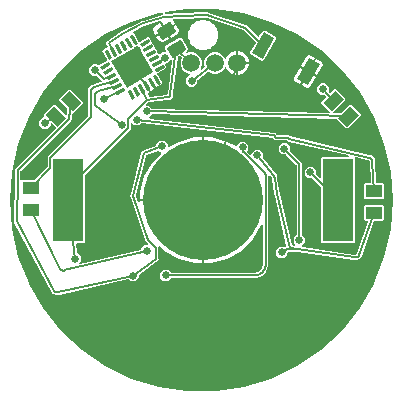
<source format=gbl>
G04 EAGLE Gerber RS-274X export*
G75*
%MOMM*%
%FSLAX34Y34*%
%LPD*%
%INBottom Copper*%
%IPPOS*%
%AMOC8*
5,1,8,0,0,1.08239X$1,22.5*%
G01*
G04 Define Apertures*
%ADD10R,2.540000X7.000000*%
%ADD11C,10.160000*%
%ADD12R,1.420200X1.031200*%
%ADD13R,1.031200X1.420200*%
%ADD14C,0.065000*%
%ADD15R,2.600000X2.600000*%
%ADD16R,2.000000X1.050000*%
%ADD17C,0.254000*%
%ADD18C,1.500000*%
%ADD19C,0.654800*%
%ADD20C,0.152400*%
%ADD21C,0.904800*%
G36*
X10683Y-161826D02*
X34557Y-158227D01*
X34666Y-158202D01*
X57737Y-151086D01*
X57841Y-151045D01*
X79593Y-140570D01*
X79690Y-140514D01*
X99638Y-126913D01*
X99726Y-126844D01*
X117424Y-110422D01*
X117500Y-110340D01*
X132553Y-91464D01*
X132617Y-91371D01*
X144688Y-70463D01*
X144737Y-70362D01*
X153557Y-47888D01*
X153590Y-47780D01*
X158963Y-24243D01*
X158979Y-24132D01*
X160784Y-56D01*
X160784Y56D01*
X158979Y24132D01*
X158963Y24243D01*
X153590Y47780D01*
X153557Y47888D01*
X144737Y70362D01*
X144688Y70463D01*
X132617Y91371D01*
X132553Y91464D01*
X117500Y110340D01*
X117424Y110422D01*
X99726Y126844D01*
X99638Y126913D01*
X79690Y140514D01*
X79593Y140570D01*
X57841Y151045D01*
X57737Y151086D01*
X34666Y158202D01*
X34557Y158227D01*
X10683Y161826D01*
X10572Y161834D01*
X-13572Y161834D01*
X-13683Y161826D01*
X-31838Y159089D01*
X-32118Y158987D01*
X-32337Y158783D01*
X-32458Y158511D01*
X-32464Y158212D01*
X-32353Y157935D01*
X-32142Y157724D01*
X-31866Y157611D01*
X-31676Y157599D01*
X-20030Y158376D01*
X-19880Y158417D01*
X-18804Y158458D01*
X-18782Y158459D01*
X-17725Y158529D01*
X-17554Y158505D01*
X2476Y159267D01*
X2780Y159345D01*
X3047Y159477D01*
X3414Y159352D01*
X3683Y159313D01*
X4071Y159328D01*
X4289Y159126D01*
X4559Y158965D01*
X36175Y148273D01*
X36418Y148233D01*
X36861Y148234D01*
X37032Y148064D01*
X37321Y147885D01*
X37549Y147808D01*
X37746Y147410D01*
X37889Y147211D01*
X46450Y138692D01*
X46699Y138528D01*
X46992Y138474D01*
X47284Y138539D01*
X47527Y138712D01*
X47628Y138849D01*
X50375Y143606D01*
X51594Y143933D01*
X61781Y138052D01*
X62108Y136832D01*
X51477Y118419D01*
X50257Y118092D01*
X40071Y123973D01*
X39744Y125193D01*
X44487Y133408D01*
X44582Y133691D01*
X44559Y133989D01*
X44367Y134315D01*
X34808Y143828D01*
X34519Y144006D01*
X3009Y154663D01*
X2740Y154702D01*
X-18544Y153892D01*
X-18565Y153891D01*
X-24918Y153468D01*
X-25206Y153389D01*
X-25441Y153204D01*
X-25585Y152943D01*
X-25615Y152646D01*
X-25518Y152344D01*
X-23772Y149320D01*
X-31361Y144939D01*
X-34980Y151208D01*
X-35077Y151152D01*
X-35072Y151269D01*
X-35175Y151549D01*
X-35380Y151766D01*
X-35653Y151886D01*
X-36035Y151870D01*
X-49620Y147647D01*
X-49740Y147598D01*
X-58976Y142858D01*
X-59210Y142672D01*
X-59351Y142409D01*
X-59380Y142112D01*
X-59290Y141827D01*
X-59096Y141600D01*
X-58828Y141466D01*
X-58725Y141439D01*
X-54766Y134582D01*
X-54568Y134359D01*
X-54299Y134230D01*
X-54001Y134216D01*
X-53742Y134308D01*
X-46885Y138266D01*
X-45406Y137870D01*
X-43665Y134855D01*
X-43749Y134542D01*
X-43767Y134244D01*
X-43668Y133963D01*
X-43466Y133742D01*
X-43218Y133624D01*
X-42906Y133540D01*
X-41165Y130525D01*
X-41249Y130212D01*
X-41267Y129914D01*
X-41168Y129633D01*
X-40966Y129412D01*
X-40718Y129293D01*
X-40406Y129210D01*
X-38665Y126194D01*
X-38749Y125882D01*
X-38767Y125584D01*
X-38668Y125302D01*
X-38466Y125082D01*
X-38218Y124963D01*
X-37906Y124880D01*
X-37313Y123854D01*
X-37116Y123630D01*
X-36846Y123501D01*
X-36548Y123488D01*
X-36268Y123591D01*
X-36134Y123698D01*
X-34359Y125473D01*
X-32127Y125473D01*
X-31834Y125532D01*
X-31588Y125701D01*
X-31427Y125953D01*
X-31377Y126247D01*
X-31477Y126598D01*
X-32602Y128547D01*
X-32003Y130783D01*
X-20100Y137655D01*
X-17865Y137056D01*
X-12897Y128453D01*
X-13496Y126217D01*
X-14344Y125727D01*
X-14567Y125530D01*
X-14696Y125260D01*
X-14710Y124962D01*
X-14606Y124682D01*
X-14401Y124465D01*
X-14128Y124345D01*
X-13830Y124341D01*
X-13682Y124385D01*
X-11730Y125193D01*
X-8140Y125193D01*
X-4824Y123820D01*
X-2285Y121281D01*
X-911Y117964D01*
X-911Y114374D01*
X-2031Y111672D01*
X-2088Y111379D01*
X-2026Y111087D01*
X-1855Y110842D01*
X-1602Y110683D01*
X-1308Y110636D01*
X-1018Y110707D01*
X-881Y110790D01*
X1333Y112489D01*
X1529Y112714D01*
X1621Y112998D01*
X1569Y113371D01*
X1082Y114546D01*
X1082Y118136D01*
X2456Y121452D01*
X4995Y123991D01*
X8311Y125365D01*
X11901Y125365D01*
X15218Y123991D01*
X17757Y121452D01*
X18164Y120469D01*
X18331Y120222D01*
X18581Y120059D01*
X18875Y120007D01*
X19166Y120073D01*
X19408Y120248D01*
X19550Y120469D01*
X20266Y122199D01*
X23091Y125024D01*
X26781Y126552D01*
X28016Y126552D01*
X28016Y106472D01*
X26781Y106472D01*
X23091Y108001D01*
X20266Y110825D01*
X19621Y112384D01*
X19454Y112631D01*
X19204Y112794D01*
X18910Y112846D01*
X18619Y112780D01*
X18377Y112605D01*
X18235Y112383D01*
X17757Y111229D01*
X15218Y108691D01*
X11901Y107317D01*
X8311Y107317D01*
X4995Y108691D01*
X4981Y108704D01*
X4733Y108869D01*
X4439Y108923D01*
X4148Y108859D01*
X3994Y108769D01*
X-4672Y102117D01*
X-4868Y101892D01*
X-4966Y101522D01*
X-4966Y99104D01*
X-7776Y96293D01*
X-11751Y96293D01*
X-14562Y99104D01*
X-14562Y103079D01*
X-11651Y105990D01*
X-11486Y106239D01*
X-11431Y106532D01*
X-11495Y106824D01*
X-11668Y107067D01*
X-11894Y107213D01*
X-15047Y108519D01*
X-17585Y111058D01*
X-18959Y114374D01*
X-18959Y117964D01*
X-18055Y120148D01*
X-17997Y120441D01*
X-18059Y120733D01*
X-18227Y120976D01*
X-19451Y122153D01*
X-19703Y122313D01*
X-19997Y122362D01*
X-20346Y122262D01*
X-20987Y121892D01*
X-21211Y121694D01*
X-21356Y121337D01*
X-25258Y90639D01*
X-25328Y90086D01*
X-25551Y88333D01*
X-25551Y88333D01*
X-25632Y87698D01*
X-28342Y85041D01*
X-30229Y84839D01*
X-45782Y83175D01*
X-46067Y83085D01*
X-46233Y82960D01*
X-47895Y81297D01*
X-48060Y81048D01*
X-48115Y80755D01*
X-48051Y80463D01*
X-47878Y80220D01*
X-47624Y80063D01*
X-47365Y80017D01*
X-45633Y80017D01*
X-43223Y77607D01*
X-42974Y77442D01*
X-42711Y77387D01*
X106597Y73797D01*
X106891Y73849D01*
X107141Y74012D01*
X107308Y74259D01*
X107365Y74552D01*
X107304Y74844D01*
X107146Y75077D01*
X100117Y82105D01*
X100117Y83368D01*
X103823Y87074D01*
X103988Y87323D01*
X104043Y87616D01*
X103979Y87908D01*
X103861Y88094D01*
X102840Y89280D01*
X102604Y89463D01*
X102272Y89540D01*
X99513Y89540D01*
X96702Y92351D01*
X96702Y96326D01*
X99513Y99136D01*
X103487Y99136D01*
X106298Y96326D01*
X106298Y92549D01*
X106357Y92257D01*
X106480Y92060D01*
X107030Y91420D01*
X107266Y91238D01*
X107555Y91161D01*
X107850Y91203D01*
X108129Y91380D01*
X111052Y94303D01*
X112315Y94303D01*
X120499Y86118D01*
X120499Y84856D01*
X110611Y74968D01*
X110446Y74719D01*
X110392Y74426D01*
X110456Y74134D01*
X110628Y73891D01*
X110882Y73734D01*
X111124Y73688D01*
X115999Y73571D01*
X116292Y73623D01*
X116547Y73790D01*
X124056Y81299D01*
X125318Y81299D01*
X133503Y73115D01*
X133503Y71852D01*
X122568Y60917D01*
X121305Y60917D01*
X113369Y68853D01*
X113120Y69018D01*
X112857Y69073D01*
X-42906Y72819D01*
X-43200Y72766D01*
X-43454Y72599D01*
X-45560Y70494D01*
X-45725Y70245D01*
X-45780Y69951D01*
X-45715Y69660D01*
X-45543Y69416D01*
X-45289Y69260D01*
X-45115Y69218D01*
X60340Y57192D01*
X60425Y57188D01*
X61240Y57188D01*
X61368Y57103D01*
X61436Y57085D01*
X61934Y56460D01*
X61991Y56396D01*
X62800Y55586D01*
X63049Y55421D01*
X63331Y55367D01*
X72493Y55367D01*
X73610Y54250D01*
X73970Y54050D01*
X140113Y38623D01*
X141337Y38337D01*
X143103Y37926D01*
X145440Y35155D01*
X145473Y34601D01*
X145473Y34600D01*
X145570Y32982D01*
X145570Y32982D01*
X145623Y32091D01*
X145623Y32090D01*
X146628Y15310D01*
X146705Y15022D01*
X146888Y14786D01*
X147149Y14641D01*
X147377Y14605D01*
X152512Y14605D01*
X153405Y13712D01*
X153405Y2138D01*
X152512Y1245D01*
X137048Y1245D01*
X136155Y2138D01*
X136155Y13712D01*
X137048Y14605D01*
X141294Y14605D01*
X141586Y14664D01*
X141832Y14833D01*
X141993Y15085D01*
X142042Y15400D01*
X140994Y32913D01*
X140984Y33072D01*
X140932Y33306D01*
X140900Y33387D01*
X140736Y33637D01*
X140595Y33748D01*
X140520Y33794D01*
X140299Y33885D01*
X139074Y34170D01*
X139074Y34170D01*
X129444Y36416D01*
X129146Y36425D01*
X128868Y36316D01*
X128654Y36108D01*
X128524Y35686D01*
X128524Y-35631D01*
X127631Y-36524D01*
X100969Y-36524D01*
X100076Y-35631D01*
X100076Y10842D01*
X100017Y11135D01*
X99856Y11373D01*
X92567Y18663D01*
X92318Y18827D01*
X92036Y18882D01*
X88843Y18882D01*
X86032Y21693D01*
X86032Y25668D01*
X88843Y28478D01*
X92818Y28478D01*
X95628Y25668D01*
X95628Y22377D01*
X95688Y22085D01*
X95848Y21847D01*
X98796Y18899D01*
X99045Y18734D01*
X99338Y18680D01*
X99630Y18744D01*
X99873Y18916D01*
X100030Y19170D01*
X100076Y19430D01*
X100076Y35631D01*
X100969Y36524D01*
X122465Y36524D01*
X122758Y36583D01*
X123004Y36752D01*
X123165Y37004D01*
X123215Y37298D01*
X123146Y37588D01*
X122970Y37829D01*
X122636Y38004D01*
X72428Y49715D01*
X72257Y49734D01*
X71660Y49734D01*
X71603Y49791D01*
X71243Y49991D01*
X71165Y50009D01*
X70897Y50441D01*
X70692Y50658D01*
X70419Y50778D01*
X70260Y50795D01*
X61126Y50795D01*
X59385Y52536D01*
X59137Y52700D01*
X58940Y52750D01*
X-51911Y65392D01*
X-52209Y65366D01*
X-52527Y65177D01*
X-54309Y63395D01*
X-58284Y63395D01*
X-59856Y64967D01*
X-60105Y65132D01*
X-60399Y65187D01*
X-60690Y65123D01*
X-60934Y64950D01*
X-61091Y64696D01*
X-61137Y64437D01*
X-61137Y60284D01*
X-99856Y21565D01*
X-100021Y21316D01*
X-100076Y21034D01*
X-100076Y-35631D01*
X-100969Y-36524D01*
X-106571Y-36524D01*
X-106863Y-36583D01*
X-107110Y-36752D01*
X-107271Y-37004D01*
X-107315Y-37367D01*
X-106486Y-43984D01*
X-106391Y-44267D01*
X-106272Y-44421D01*
X-103318Y-47375D01*
X-103318Y-51350D01*
X-104510Y-52542D01*
X-104675Y-52791D01*
X-104730Y-53084D01*
X-104666Y-53376D01*
X-104493Y-53619D01*
X-104239Y-53776D01*
X-103807Y-53802D01*
X-52877Y-41698D01*
X-52606Y-41572D01*
X-52406Y-41351D01*
X-52301Y-40968D01*
X-52301Y-40782D01*
X-49490Y-37972D01*
X-47072Y-37972D01*
X-46779Y-37912D01*
X-46533Y-37744D01*
X-46372Y-37492D01*
X-46322Y-37198D01*
X-46391Y-36907D01*
X-46541Y-36691D01*
X-47742Y-35491D01*
X-47937Y-35350D01*
X-48344Y-35147D01*
X-48416Y-34929D01*
X-48598Y-34635D01*
X-48760Y-34473D01*
X-48760Y-34018D01*
X-48799Y-33781D01*
X-61056Y2990D01*
X-61124Y3139D01*
X-61440Y3665D01*
X-61425Y3726D01*
X-61441Y4145D01*
X-61461Y4205D01*
X-61186Y4754D01*
X-61130Y4907D01*
X-52442Y39657D01*
X-52464Y40094D01*
X-52472Y40114D01*
X-52195Y40704D01*
X-52146Y40841D01*
X-51988Y41473D01*
X-51969Y41484D01*
X-51676Y41809D01*
X-51667Y41829D01*
X-51054Y42050D01*
X-50923Y42112D01*
X-50364Y42447D01*
X-50343Y42442D01*
X-49906Y42464D01*
X-39905Y46075D01*
X-39650Y46231D01*
X-39476Y46473D01*
X-39410Y46781D01*
X-39410Y47543D01*
X-36599Y50354D01*
X-32624Y50354D01*
X-29814Y47543D01*
X-29814Y45678D01*
X-29754Y45385D01*
X-29585Y45139D01*
X-29334Y44978D01*
X-29040Y44928D01*
X-28689Y45028D01*
X-20588Y49705D01*
X-7022Y53340D01*
X-762Y53340D01*
X-762Y762D01*
X-53340Y762D01*
X-53340Y7022D01*
X-49705Y20588D01*
X-42683Y32752D01*
X-35956Y39478D01*
X-35792Y39727D01*
X-35737Y40020D01*
X-35801Y40312D01*
X-35974Y40555D01*
X-36228Y40712D01*
X-36487Y40758D01*
X-36599Y40758D01*
X-37474Y41633D01*
X-37723Y41798D01*
X-38017Y41853D01*
X-38259Y41809D01*
X-47702Y38399D01*
X-47957Y38244D01*
X-48175Y37876D01*
X-56560Y4333D01*
X-56544Y3914D01*
X-54802Y-1315D01*
X-54653Y-1574D01*
X-54415Y-1754D01*
X-54125Y-1827D01*
X-53830Y-1781D01*
X-53576Y-1624D01*
X-53404Y-1381D01*
X-53340Y-1078D01*
X-53340Y-762D01*
X-762Y-762D01*
X-762Y-53340D01*
X-7022Y-53340D01*
X-20588Y-49705D01*
X-32752Y-42683D01*
X-36434Y-39000D01*
X-36683Y-38836D01*
X-36976Y-38781D01*
X-37268Y-38845D01*
X-37511Y-39018D01*
X-37668Y-39272D01*
X-37714Y-39531D01*
X-37714Y-49025D01*
X-37655Y-49317D01*
X-37589Y-49434D01*
X-37704Y-50127D01*
X-37714Y-50249D01*
X-37714Y-50957D01*
X-37859Y-51176D01*
X-37895Y-51304D01*
X-38466Y-51713D01*
X-38560Y-51793D01*
X-39060Y-52293D01*
X-39317Y-52345D01*
X-39462Y-52426D01*
X-54059Y-62883D01*
X-54263Y-63102D01*
X-54373Y-63493D01*
X-54373Y-65720D01*
X-57183Y-68530D01*
X-61158Y-68530D01*
X-62507Y-67181D01*
X-62756Y-67016D01*
X-63049Y-66962D01*
X-63202Y-66980D01*
X-120875Y-79923D01*
X-122102Y-80199D01*
X-123894Y-80601D01*
X-127235Y-79076D01*
X-127509Y-78567D01*
X-159638Y-18918D01*
X-159754Y-18757D01*
X-160127Y-18364D01*
X-160124Y-18225D01*
X-160213Y-17850D01*
X-160279Y-17727D01*
X-160124Y-17208D01*
X-160092Y-17012D01*
X-159216Y17200D01*
X-159215Y17219D01*
X-159215Y25257D01*
X-158384Y27264D01*
X-124815Y60833D01*
X-124650Y61082D01*
X-124595Y61376D01*
X-124659Y61667D01*
X-124815Y61894D01*
X-127811Y64891D01*
X-128060Y65056D01*
X-128354Y65110D01*
X-128645Y65046D01*
X-128889Y64873D01*
X-129045Y64620D01*
X-129092Y64360D01*
X-129092Y63547D01*
X-131902Y60736D01*
X-135877Y60736D01*
X-138688Y63547D01*
X-138688Y67522D01*
X-135877Y70332D01*
X-135064Y70332D01*
X-134771Y70392D01*
X-134525Y70560D01*
X-134364Y70812D01*
X-134314Y71106D01*
X-134383Y71397D01*
X-134533Y71613D01*
X-134773Y71852D01*
X-134773Y73115D01*
X-126588Y81299D01*
X-125326Y81299D01*
X-116639Y72612D01*
X-116390Y72448D01*
X-116097Y72393D01*
X-115805Y72457D01*
X-115562Y72630D01*
X-115405Y72884D01*
X-115366Y73043D01*
X-114776Y77446D01*
X-114797Y77744D01*
X-114989Y78076D01*
X-121769Y84856D01*
X-121769Y86118D01*
X-113585Y94303D01*
X-112322Y94303D01*
X-101387Y83368D01*
X-101387Y82105D01*
X-109572Y73921D01*
X-109979Y73921D01*
X-110272Y73861D01*
X-110518Y73693D01*
X-110679Y73441D01*
X-110722Y73270D01*
X-111336Y68683D01*
X-111343Y68584D01*
X-111343Y67810D01*
X-111451Y67647D01*
X-111476Y67554D01*
X-112080Y67092D01*
X-112155Y67027D01*
X-154383Y24799D01*
X-154546Y24556D01*
X-154586Y24457D01*
X-154643Y24170D01*
X-154643Y18392D01*
X-154615Y18253D01*
X-154624Y17914D01*
X-154572Y17620D01*
X-154409Y17370D01*
X-154162Y17203D01*
X-153874Y17145D01*
X-142914Y17145D01*
X-142621Y17204D01*
X-142383Y17365D01*
X-131792Y27956D01*
X-131627Y28205D01*
X-131572Y28487D01*
X-131572Y36894D01*
X-97333Y71133D01*
X-97170Y71376D01*
X-97130Y71475D01*
X-97072Y71762D01*
X-97072Y94406D01*
X-94975Y97282D01*
X-93280Y97826D01*
X-92489Y98079D01*
X-86229Y100087D01*
X-85969Y100233D01*
X-85786Y100469D01*
X-85710Y100758D01*
X-85752Y101053D01*
X-85928Y101332D01*
X-86062Y101465D01*
X-86073Y101522D01*
X-86233Y101760D01*
X-89680Y105206D01*
X-89929Y105371D01*
X-90210Y105426D01*
X-93452Y105426D01*
X-96263Y108237D01*
X-96263Y112211D01*
X-93452Y115022D01*
X-89477Y115022D01*
X-89031Y114576D01*
X-88782Y114411D01*
X-88488Y114356D01*
X-88125Y114456D01*
X-81583Y118234D01*
X-81359Y118432D01*
X-81230Y118701D01*
X-81216Y118999D01*
X-81308Y119258D01*
X-85266Y126115D01*
X-84870Y127594D01*
X-81855Y129335D01*
X-81701Y129294D01*
X-81403Y129276D01*
X-81121Y129375D01*
X-80901Y129576D01*
X-80776Y129847D01*
X-80768Y130146D01*
X-80832Y130346D01*
X-81528Y131779D01*
X-81584Y131875D01*
X-82003Y132487D01*
X-82007Y132715D01*
X-82044Y132823D01*
X-81805Y133515D01*
X-81776Y133623D01*
X-81640Y134351D01*
X-81481Y134515D01*
X-81431Y134618D01*
X-80773Y134939D01*
X-80677Y134994D01*
X-70777Y141774D01*
X-70569Y141988D01*
X-70532Y142067D01*
X-69843Y142421D01*
X-69762Y142469D01*
X-69112Y142914D01*
X-68930Y142917D01*
X-68748Y142982D01*
X-52447Y151348D01*
X-52214Y151534D01*
X-52134Y151653D01*
X-51479Y151857D01*
X-51359Y151906D01*
X-50747Y152220D01*
X-50467Y152189D01*
X-50311Y152220D01*
X-34444Y157152D01*
X-34102Y157374D01*
X-34065Y157416D01*
X-33918Y157675D01*
X-33882Y157972D01*
X-33966Y158258D01*
X-34154Y158490D01*
X-34418Y158629D01*
X-34742Y158652D01*
X-37557Y158227D01*
X-37666Y158202D01*
X-60737Y151086D01*
X-60841Y151045D01*
X-82593Y140570D01*
X-82690Y140514D01*
X-102638Y126913D01*
X-102726Y126844D01*
X-120424Y110422D01*
X-120500Y110340D01*
X-135553Y91464D01*
X-135617Y91371D01*
X-147688Y70463D01*
X-147737Y70362D01*
X-156557Y47888D01*
X-156590Y47780D01*
X-161963Y24243D01*
X-161979Y24132D01*
X-163784Y56D01*
X-163784Y-56D01*
X-161979Y-24132D01*
X-161963Y-24243D01*
X-156590Y-47780D01*
X-156557Y-47888D01*
X-147737Y-70362D01*
X-147688Y-70463D01*
X-135617Y-91371D01*
X-135553Y-91464D01*
X-120500Y-110340D01*
X-120424Y-110422D01*
X-102726Y-126844D01*
X-102638Y-126913D01*
X-82690Y-140514D01*
X-82593Y-140570D01*
X-60841Y-151045D01*
X-60737Y-151086D01*
X-37666Y-158202D01*
X-37557Y-158227D01*
X-13683Y-161826D01*
X-13572Y-161834D01*
X10572Y-161834D01*
X10683Y-161826D01*
G37*
%LPC*%
G36*
X-1331Y127441D02*
X-1497Y127460D01*
X-2494Y127460D01*
X-3763Y127986D01*
X-3883Y128024D01*
X-5581Y128411D01*
X-6352Y129026D01*
X-6532Y129133D01*
X-7103Y129369D01*
X-8339Y130605D01*
X-8402Y130661D01*
X-10056Y131980D01*
X-10318Y132525D01*
X-10464Y132730D01*
X-10631Y132897D01*
X-11443Y134857D01*
X-11460Y134895D01*
X-12540Y137138D01*
X-12540Y142862D01*
X-11460Y145105D01*
X-11443Y145143D01*
X-10631Y147103D01*
X-10464Y147270D01*
X-10318Y147475D01*
X-10056Y148020D01*
X-8402Y149339D01*
X-8339Y149395D01*
X-7103Y150631D01*
X-6532Y150867D01*
X-6352Y150974D01*
X-5581Y151589D01*
X-3883Y151976D01*
X-3763Y152014D01*
X-2494Y152540D01*
X-1497Y152540D01*
X-1331Y152559D01*
X0Y152863D01*
X1331Y152559D01*
X1497Y152540D01*
X2494Y152540D01*
X3763Y152014D01*
X3883Y151976D01*
X5581Y151589D01*
X6352Y150974D01*
X6532Y150867D01*
X7103Y150631D01*
X8339Y149395D01*
X8402Y149339D01*
X10056Y148020D01*
X10318Y147475D01*
X10464Y147270D01*
X10631Y147103D01*
X11443Y145143D01*
X11460Y145105D01*
X12540Y142862D01*
X12540Y137138D01*
X11460Y134895D01*
X11443Y134857D01*
X10631Y132897D01*
X10464Y132730D01*
X10318Y132525D01*
X10056Y131980D01*
X8402Y130661D01*
X8339Y130605D01*
X7103Y129369D01*
X6532Y129133D01*
X6352Y129026D01*
X5581Y128411D01*
X3883Y128024D01*
X3763Y127986D01*
X2494Y127460D01*
X1497Y127460D01*
X1331Y127441D01*
X0Y127138D01*
X-1331Y127441D01*
G37*
G36*
X-42583Y143802D02*
X-41766Y146850D01*
X-36110Y150116D01*
X-32681Y144177D01*
X-40270Y139795D01*
X-42583Y143802D01*
G37*
G36*
X-30599Y143619D02*
X-23010Y148000D01*
X-20697Y143994D01*
X-21514Y140945D01*
X-27170Y137680D01*
X-30599Y143619D01*
G37*
G36*
X-37195Y134469D02*
X-39508Y138475D01*
X-31919Y142857D01*
X-28490Y136918D01*
X-34146Y133652D01*
X-37195Y134469D01*
G37*
G36*
X29540Y117274D02*
X29540Y126552D01*
X30775Y126552D01*
X34465Y125024D01*
X37289Y122199D01*
X38818Y118509D01*
X38818Y117274D01*
X29540Y117274D01*
G37*
G36*
X82709Y113542D02*
X87854Y122454D01*
X89886Y122999D01*
X94684Y120228D01*
X88795Y110028D01*
X82709Y113542D01*
G37*
G36*
X90115Y109266D02*
X96004Y119466D01*
X100802Y116696D01*
X101347Y114664D01*
X96202Y105752D01*
X90115Y109266D01*
G37*
G36*
X29540Y106472D02*
X29540Y115750D01*
X38818Y115750D01*
X38818Y114515D01*
X37289Y110825D01*
X34465Y108001D01*
X30775Y106472D01*
X29540Y106472D01*
G37*
G36*
X77346Y101279D02*
X76802Y103311D01*
X81947Y112223D01*
X88033Y108709D01*
X82144Y98509D01*
X77346Y101279D01*
G37*
G36*
X83464Y97747D02*
X89353Y107947D01*
X95440Y104433D01*
X90295Y95521D01*
X88262Y94977D01*
X83464Y97747D01*
G37*
G36*
X-33704Y-68431D02*
X-36514Y-65621D01*
X-36514Y-61646D01*
X-33704Y-58835D01*
X-29729Y-58835D01*
X-27489Y-61075D01*
X-27240Y-61240D01*
X-26958Y-61295D01*
X43086Y-61295D01*
X43280Y-61269D01*
X46762Y-60336D01*
X47098Y-60142D01*
X49647Y-57593D01*
X49841Y-57257D01*
X50774Y-53775D01*
X50800Y-53581D01*
X50800Y-21491D01*
X50741Y-21198D01*
X50572Y-20952D01*
X50320Y-20791D01*
X50026Y-20741D01*
X49736Y-20810D01*
X49495Y-20986D01*
X49400Y-21116D01*
X42683Y-32752D01*
X32752Y-42683D01*
X20588Y-49705D01*
X7022Y-53340D01*
X762Y-53340D01*
X762Y53340D01*
X7022Y53340D01*
X20588Y49705D01*
X27730Y45582D01*
X28013Y45487D01*
X28310Y45510D01*
X28575Y45648D01*
X28766Y45877D01*
X28855Y46231D01*
X28855Y46962D01*
X31665Y49773D01*
X35640Y49773D01*
X38451Y46962D01*
X38451Y42987D01*
X37416Y41953D01*
X37251Y41704D01*
X37196Y41410D01*
X37261Y41119D01*
X37416Y40892D01*
X39762Y38546D01*
X40011Y38381D01*
X40304Y38327D01*
X40596Y38391D01*
X40839Y38563D01*
X40996Y38817D01*
X41042Y39077D01*
X41042Y40146D01*
X43853Y42956D01*
X47827Y42956D01*
X50638Y40146D01*
X50638Y36116D01*
X50697Y35823D01*
X50804Y35645D01*
X62465Y21188D01*
X62598Y21023D01*
X62822Y19572D01*
X63014Y18329D01*
X65011Y5404D01*
X65022Y5349D01*
X74968Y-37566D01*
X75092Y-37838D01*
X75312Y-38040D01*
X75588Y-38139D01*
X77204Y-38379D01*
X77502Y-38363D01*
X77771Y-38232D01*
X77967Y-38007D01*
X78059Y-37723D01*
X78034Y-37426D01*
X77845Y-37107D01*
X76706Y-35968D01*
X76706Y-31993D01*
X78999Y-29701D01*
X79163Y-29452D01*
X79218Y-29171D01*
X79218Y29691D01*
X79159Y29984D01*
X78999Y30222D01*
X70605Y38615D01*
X70356Y38780D01*
X70075Y38835D01*
X66833Y38835D01*
X64022Y41646D01*
X64022Y45620D01*
X66833Y48431D01*
X70808Y48431D01*
X73618Y45620D01*
X73618Y42378D01*
X73678Y42086D01*
X73838Y41848D01*
X83790Y31896D01*
X83790Y-29171D01*
X83850Y-29463D01*
X84010Y-29701D01*
X86302Y-31993D01*
X86302Y-35968D01*
X84081Y-38189D01*
X83916Y-38438D01*
X83861Y-38732D01*
X83925Y-39023D01*
X84098Y-39267D01*
X84352Y-39424D01*
X84501Y-39462D01*
X127898Y-45902D01*
X127898Y-45902D01*
X129142Y-46086D01*
X129400Y-46080D01*
X129492Y-46061D01*
X129767Y-45945D01*
X129927Y-45798D01*
X129986Y-45725D01*
X130112Y-45500D01*
X130319Y-44907D01*
X139675Y-18143D01*
X139715Y-17847D01*
X139637Y-17559D01*
X139453Y-17324D01*
X139192Y-17179D01*
X138967Y-17145D01*
X137048Y-17145D01*
X136155Y-16252D01*
X136155Y-4678D01*
X137048Y-3785D01*
X152512Y-3785D01*
X153405Y-4678D01*
X153405Y-16252D01*
X152512Y-17145D01*
X145399Y-17145D01*
X145106Y-17204D01*
X144860Y-17373D01*
X144691Y-17648D01*
X134485Y-46845D01*
X134428Y-47009D01*
X133779Y-48864D01*
X130415Y-50897D01*
X128471Y-50609D01*
X128148Y-50561D01*
X80748Y-43527D01*
X80748Y-43527D01*
X79726Y-43375D01*
X79616Y-43367D01*
X73810Y-43367D01*
X73664Y-43381D01*
X72029Y-43707D01*
X71753Y-43822D01*
X71545Y-44035D01*
X71425Y-44442D01*
X71425Y-46044D01*
X68614Y-48854D01*
X64640Y-48854D01*
X61829Y-46044D01*
X61829Y-42069D01*
X64640Y-39258D01*
X68614Y-39258D01*
X68729Y-39373D01*
X68978Y-39538D01*
X69272Y-39593D01*
X69547Y-39536D01*
X70040Y-39331D01*
X70288Y-39164D01*
X70450Y-38914D01*
X70503Y-38620D01*
X70484Y-38469D01*
X60797Y3329D01*
X60673Y3600D01*
X60662Y3611D01*
X60528Y4482D01*
X60517Y4537D01*
X60314Y5412D01*
X60338Y5476D01*
X60338Y5708D01*
X58496Y17631D01*
X58496Y17631D01*
X58303Y18874D01*
X58248Y19063D01*
X58219Y19129D01*
X58117Y19296D01*
X56706Y21046D01*
X56476Y21236D01*
X56190Y21322D01*
X55893Y21289D01*
X55633Y21143D01*
X55450Y20907D01*
X55372Y20575D01*
X55372Y-56025D01*
X53502Y-60540D01*
X50045Y-63997D01*
X45530Y-65867D01*
X-26854Y-65867D01*
X-27147Y-65926D01*
X-27384Y-66087D01*
X-29729Y-68431D01*
X-33704Y-68431D01*
G37*
%LPD*%
G36*
X-30716Y89385D02*
X-30475Y89453D01*
X-30393Y89491D01*
X-30154Y89670D01*
X-30041Y89836D01*
X-30001Y89918D01*
X-29928Y90157D01*
X-26393Y117969D01*
X-26415Y118267D01*
X-26551Y118532D01*
X-26780Y118723D01*
X-27066Y118810D01*
X-27363Y118779D01*
X-27667Y118594D01*
X-30384Y115877D01*
X-31409Y115877D01*
X-31702Y115818D01*
X-31948Y115649D01*
X-32109Y115397D01*
X-32159Y115103D01*
X-32059Y114752D01*
X-31165Y113204D01*
X-31561Y111724D01*
X-38418Y107766D01*
X-38641Y107568D01*
X-38770Y107299D01*
X-38784Y107001D01*
X-38692Y106742D01*
X-34734Y99885D01*
X-35130Y98406D01*
X-38145Y96665D01*
X-38458Y96749D01*
X-38756Y96767D01*
X-39037Y96668D01*
X-39258Y96466D01*
X-39376Y96218D01*
X-39460Y95906D01*
X-42277Y94279D01*
X-42501Y94082D01*
X-42626Y93824D01*
X-42918Y92736D01*
X-44130Y92036D01*
X-47806Y98403D01*
X-49126Y97641D01*
X-45450Y91274D01*
X-46580Y90622D01*
X-46804Y90424D01*
X-46933Y90155D01*
X-46946Y89857D01*
X-46860Y89607D01*
X-46074Y88200D01*
X-45880Y87974D01*
X-45612Y87841D01*
X-45340Y87820D01*
X-30716Y89385D01*
G37*
D10*
X114300Y0D03*
X-114300Y0D03*
D11*
X0Y0D03*
D12*
X-146050Y10465D03*
X-146050Y-7925D03*
D13*
G36*
X124687Y79775D02*
X131979Y72483D01*
X121937Y62441D01*
X114645Y69733D01*
X124687Y79775D01*
G37*
G36*
X111683Y92779D02*
X118975Y85487D01*
X108933Y75445D01*
X101641Y82737D01*
X111683Y92779D01*
G37*
D12*
X144780Y7925D03*
X144780Y-10465D03*
D13*
G36*
X-115915Y69733D02*
X-123207Y62441D01*
X-133249Y72483D01*
X-125957Y79775D01*
X-115915Y69733D01*
G37*
G36*
X-102911Y82737D02*
X-110203Y75445D01*
X-120245Y85487D01*
X-112953Y92779D01*
X-102911Y82737D01*
G37*
D14*
X-73376Y89719D02*
X-66925Y93443D01*
X-73376Y89719D02*
X-74351Y91407D01*
X-67900Y95131D01*
X-66925Y93443D01*
X-72307Y90336D02*
X-73732Y90336D01*
X-74089Y90953D02*
X-71238Y90953D01*
X-70170Y91570D02*
X-74069Y91570D01*
X-73000Y92187D02*
X-69101Y92187D01*
X-68032Y92804D02*
X-71931Y92804D01*
X-70862Y93421D02*
X-66963Y93421D01*
X-67269Y94038D02*
X-69793Y94038D01*
X-68725Y94655D02*
X-67625Y94655D01*
X-69425Y97773D02*
X-75876Y94049D01*
X-76851Y95737D01*
X-70400Y99461D01*
X-69425Y97773D01*
X-74807Y94666D02*
X-76232Y94666D01*
X-76589Y95283D02*
X-73738Y95283D01*
X-72670Y95900D02*
X-76569Y95900D01*
X-75500Y96517D02*
X-71601Y96517D01*
X-70532Y97134D02*
X-74431Y97134D01*
X-73362Y97751D02*
X-69463Y97751D01*
X-69769Y98368D02*
X-72293Y98368D01*
X-71225Y98985D02*
X-70125Y98985D01*
X-71925Y102103D02*
X-78376Y98379D01*
X-79351Y100067D01*
X-72900Y103791D01*
X-71925Y102103D01*
X-77307Y98996D02*
X-78732Y98996D01*
X-79089Y99613D02*
X-76238Y99613D01*
X-75170Y100230D02*
X-79069Y100230D01*
X-78000Y100847D02*
X-74101Y100847D01*
X-73032Y101464D02*
X-76931Y101464D01*
X-75862Y102081D02*
X-71963Y102081D01*
X-72269Y102698D02*
X-74793Y102698D01*
X-73725Y103315D02*
X-72625Y103315D01*
X-74425Y106433D02*
X-80876Y102709D01*
X-81851Y104397D01*
X-75400Y108121D01*
X-74425Y106433D01*
X-79807Y103326D02*
X-81232Y103326D01*
X-81589Y103943D02*
X-78738Y103943D01*
X-77670Y104560D02*
X-81569Y104560D01*
X-80500Y105177D02*
X-76601Y105177D01*
X-75532Y105794D02*
X-79431Y105794D01*
X-78362Y106411D02*
X-74463Y106411D01*
X-74769Y107028D02*
X-77293Y107028D01*
X-76225Y107645D02*
X-75125Y107645D01*
X-76925Y110763D02*
X-83376Y107039D01*
X-84351Y108727D01*
X-77900Y112451D01*
X-76925Y110763D01*
X-82307Y107656D02*
X-83732Y107656D01*
X-84089Y108273D02*
X-81238Y108273D01*
X-80170Y108890D02*
X-84069Y108890D01*
X-83000Y109507D02*
X-79101Y109507D01*
X-78032Y110124D02*
X-81931Y110124D01*
X-80862Y110741D02*
X-76963Y110741D01*
X-77269Y111358D02*
X-79793Y111358D01*
X-78725Y111975D02*
X-77625Y111975D01*
X-79425Y115093D02*
X-85876Y111369D01*
X-86851Y113057D01*
X-80400Y116781D01*
X-79425Y115093D01*
X-84807Y111986D02*
X-86232Y111986D01*
X-86589Y112603D02*
X-83738Y112603D01*
X-82670Y113220D02*
X-86569Y113220D01*
X-85500Y113837D02*
X-81601Y113837D01*
X-80532Y114454D02*
X-84431Y114454D01*
X-83362Y115071D02*
X-79463Y115071D01*
X-79769Y115688D02*
X-82293Y115688D01*
X-81225Y116305D02*
X-80125Y116305D01*
X-52101Y130869D02*
X-45650Y134593D01*
X-52101Y130869D02*
X-53076Y132557D01*
X-46625Y136281D01*
X-45650Y134593D01*
X-51032Y131486D02*
X-52457Y131486D01*
X-52814Y132103D02*
X-49963Y132103D01*
X-48895Y132720D02*
X-52794Y132720D01*
X-51725Y133337D02*
X-47826Y133337D01*
X-46757Y133954D02*
X-50656Y133954D01*
X-49587Y134571D02*
X-45688Y134571D01*
X-45994Y135188D02*
X-48518Y135188D01*
X-47450Y135805D02*
X-46350Y135805D01*
X-43150Y130263D02*
X-49601Y126539D01*
X-50576Y128227D01*
X-44125Y131951D01*
X-43150Y130263D01*
X-48532Y127156D02*
X-49957Y127156D01*
X-50314Y127773D02*
X-47463Y127773D01*
X-46395Y128390D02*
X-50294Y128390D01*
X-49225Y129007D02*
X-45326Y129007D01*
X-44257Y129624D02*
X-48156Y129624D01*
X-47087Y130241D02*
X-43188Y130241D01*
X-43494Y130858D02*
X-46018Y130858D01*
X-44950Y131475D02*
X-43850Y131475D01*
X-40650Y125933D02*
X-47101Y122209D01*
X-48076Y123897D01*
X-41625Y127621D01*
X-40650Y125933D01*
X-46032Y122826D02*
X-47457Y122826D01*
X-47814Y123443D02*
X-44963Y123443D01*
X-43895Y124060D02*
X-47794Y124060D01*
X-46725Y124677D02*
X-42826Y124677D01*
X-41757Y125294D02*
X-45656Y125294D01*
X-44587Y125911D02*
X-40688Y125911D01*
X-40994Y126528D02*
X-43518Y126528D01*
X-42450Y127145D02*
X-41350Y127145D01*
X-38150Y121603D02*
X-44601Y117879D01*
X-45576Y119567D01*
X-39125Y123291D01*
X-38150Y121603D01*
X-43532Y118496D02*
X-44957Y118496D01*
X-45314Y119113D02*
X-42463Y119113D01*
X-41395Y119730D02*
X-45294Y119730D01*
X-44225Y120347D02*
X-40326Y120347D01*
X-39257Y120964D02*
X-43156Y120964D01*
X-42087Y121581D02*
X-38188Y121581D01*
X-38494Y122198D02*
X-41018Y122198D01*
X-39950Y122815D02*
X-38850Y122815D01*
X-35650Y117273D02*
X-42101Y113549D01*
X-43076Y115237D01*
X-36625Y118961D01*
X-35650Y117273D01*
X-41032Y114166D02*
X-42457Y114166D01*
X-42814Y114783D02*
X-39963Y114783D01*
X-38895Y115400D02*
X-42794Y115400D01*
X-41725Y116017D02*
X-37826Y116017D01*
X-36757Y116634D02*
X-40656Y116634D01*
X-39587Y117251D02*
X-35688Y117251D01*
X-35994Y117868D02*
X-38518Y117868D01*
X-37450Y118485D02*
X-36350Y118485D01*
X-33150Y112943D02*
X-39601Y109219D01*
X-40576Y110907D01*
X-34125Y114631D01*
X-33150Y112943D01*
X-38532Y109836D02*
X-39957Y109836D01*
X-40314Y110453D02*
X-37463Y110453D01*
X-36395Y111070D02*
X-40294Y111070D01*
X-39225Y111687D02*
X-35326Y111687D01*
X-34257Y112304D02*
X-38156Y112304D01*
X-37087Y112921D02*
X-33188Y112921D01*
X-33494Y113538D02*
X-36018Y113538D01*
X-34950Y114155D02*
X-33850Y114155D01*
X-40443Y106076D02*
X-36719Y99625D01*
X-38407Y98650D01*
X-42131Y105101D01*
X-40443Y106076D01*
X-38763Y99267D02*
X-37339Y99267D01*
X-36869Y99884D02*
X-39119Y99884D01*
X-39476Y100501D02*
X-37225Y100501D01*
X-37581Y101118D02*
X-39832Y101118D01*
X-40188Y101735D02*
X-37937Y101735D01*
X-38293Y102352D02*
X-40544Y102352D01*
X-40900Y102969D02*
X-38649Y102969D01*
X-39006Y103586D02*
X-41256Y103586D01*
X-41613Y104203D02*
X-39362Y104203D01*
X-39718Y104820D02*
X-41969Y104820D01*
X-41549Y105437D02*
X-40074Y105437D01*
X-40430Y106054D02*
X-40481Y106054D01*
X-44773Y103576D02*
X-41049Y97125D01*
X-42737Y96150D01*
X-46461Y102601D01*
X-44773Y103576D01*
X-43093Y96767D02*
X-41669Y96767D01*
X-41199Y97384D02*
X-43449Y97384D01*
X-43806Y98001D02*
X-41555Y98001D01*
X-41911Y98618D02*
X-44162Y98618D01*
X-44518Y99235D02*
X-42267Y99235D01*
X-42623Y99852D02*
X-44874Y99852D01*
X-45230Y100469D02*
X-42979Y100469D01*
X-43336Y101086D02*
X-45586Y101086D01*
X-45943Y101703D02*
X-43692Y101703D01*
X-44048Y102320D02*
X-46299Y102320D01*
X-45879Y102937D02*
X-44404Y102937D01*
X-44760Y103554D02*
X-44811Y103554D01*
X-49103Y101076D02*
X-45379Y94625D01*
X-47067Y93650D01*
X-50791Y100101D01*
X-49103Y101076D01*
X-47423Y94267D02*
X-45999Y94267D01*
X-45529Y94884D02*
X-47779Y94884D01*
X-48136Y95501D02*
X-45885Y95501D01*
X-46241Y96118D02*
X-48492Y96118D01*
X-48848Y96735D02*
X-46597Y96735D01*
X-46953Y97352D02*
X-49204Y97352D01*
X-49560Y97969D02*
X-47309Y97969D01*
X-47666Y98586D02*
X-49916Y98586D01*
X-50273Y99203D02*
X-48022Y99203D01*
X-48378Y99820D02*
X-50629Y99820D01*
X-50209Y100437D02*
X-48734Y100437D01*
X-49090Y101054D02*
X-49141Y101054D01*
X-53433Y98576D02*
X-49709Y92125D01*
X-51397Y91150D01*
X-55121Y97601D01*
X-53433Y98576D01*
X-51753Y91767D02*
X-50329Y91767D01*
X-49859Y92384D02*
X-52109Y92384D01*
X-52466Y93001D02*
X-50215Y93001D01*
X-50571Y93618D02*
X-52822Y93618D01*
X-53178Y94235D02*
X-50927Y94235D01*
X-51283Y94852D02*
X-53534Y94852D01*
X-53890Y95469D02*
X-51639Y95469D01*
X-51996Y96086D02*
X-54246Y96086D01*
X-54603Y96703D02*
X-52352Y96703D01*
X-52708Y97320D02*
X-54959Y97320D01*
X-54539Y97937D02*
X-53064Y97937D01*
X-53420Y98554D02*
X-53471Y98554D01*
X-57763Y96076D02*
X-54039Y89625D01*
X-55727Y88650D01*
X-59451Y95101D01*
X-57763Y96076D01*
X-56083Y89267D02*
X-54659Y89267D01*
X-54189Y89884D02*
X-56439Y89884D01*
X-56796Y90501D02*
X-54545Y90501D01*
X-54901Y91118D02*
X-57152Y91118D01*
X-57508Y91735D02*
X-55257Y91735D01*
X-55613Y92352D02*
X-57864Y92352D01*
X-58220Y92969D02*
X-55969Y92969D01*
X-56326Y93586D02*
X-58576Y93586D01*
X-58933Y94203D02*
X-56682Y94203D01*
X-57038Y94820D02*
X-59289Y94820D01*
X-58869Y95437D02*
X-57394Y95437D01*
X-57750Y96054D02*
X-57801Y96054D01*
X-62093Y93576D02*
X-58369Y87125D01*
X-60057Y86150D01*
X-63781Y92601D01*
X-62093Y93576D01*
X-60413Y86767D02*
X-58989Y86767D01*
X-58519Y87384D02*
X-60769Y87384D01*
X-61126Y88001D02*
X-58875Y88001D01*
X-59231Y88618D02*
X-61482Y88618D01*
X-61838Y89235D02*
X-59587Y89235D01*
X-59943Y89852D02*
X-62194Y89852D01*
X-62550Y90469D02*
X-60299Y90469D01*
X-60656Y91086D02*
X-62906Y91086D01*
X-63263Y91703D02*
X-61012Y91703D01*
X-61368Y92320D02*
X-63619Y92320D01*
X-63199Y92937D02*
X-61724Y92937D01*
X-62080Y93554D02*
X-62131Y93554D01*
X-77869Y120899D02*
X-81593Y127350D01*
X-77869Y120899D02*
X-79557Y119924D01*
X-83281Y126375D01*
X-81593Y127350D01*
X-79913Y120541D02*
X-78489Y120541D01*
X-78019Y121158D02*
X-80269Y121158D01*
X-80626Y121775D02*
X-78375Y121775D01*
X-78731Y122392D02*
X-80982Y122392D01*
X-81338Y123009D02*
X-79087Y123009D01*
X-79443Y123626D02*
X-81694Y123626D01*
X-82050Y124243D02*
X-79799Y124243D01*
X-80156Y124860D02*
X-82406Y124860D01*
X-82763Y125477D02*
X-80512Y125477D01*
X-80868Y126094D02*
X-83119Y126094D01*
X-82699Y126711D02*
X-81224Y126711D01*
X-81580Y127328D02*
X-81631Y127328D01*
X-77263Y129850D02*
X-73539Y123399D01*
X-75227Y122424D01*
X-78951Y128875D01*
X-77263Y129850D01*
X-75583Y123041D02*
X-74159Y123041D01*
X-73689Y123658D02*
X-75939Y123658D01*
X-76296Y124275D02*
X-74045Y124275D01*
X-74401Y124892D02*
X-76652Y124892D01*
X-77008Y125509D02*
X-74757Y125509D01*
X-75113Y126126D02*
X-77364Y126126D01*
X-77720Y126743D02*
X-75469Y126743D01*
X-75826Y127360D02*
X-78076Y127360D01*
X-78433Y127977D02*
X-76182Y127977D01*
X-76538Y128594D02*
X-78789Y128594D01*
X-78369Y129211D02*
X-76894Y129211D01*
X-77250Y129828D02*
X-77301Y129828D01*
X-72933Y132350D02*
X-69209Y125899D01*
X-70897Y124924D01*
X-74621Y131375D01*
X-72933Y132350D01*
X-71253Y125541D02*
X-69829Y125541D01*
X-69359Y126158D02*
X-71609Y126158D01*
X-71966Y126775D02*
X-69715Y126775D01*
X-70071Y127392D02*
X-72322Y127392D01*
X-72678Y128009D02*
X-70427Y128009D01*
X-70783Y128626D02*
X-73034Y128626D01*
X-73390Y129243D02*
X-71139Y129243D01*
X-71496Y129860D02*
X-73746Y129860D01*
X-74103Y130477D02*
X-71852Y130477D01*
X-72208Y131094D02*
X-74459Y131094D01*
X-74039Y131711D02*
X-72564Y131711D01*
X-72920Y132328D02*
X-72971Y132328D01*
X-68603Y134850D02*
X-64879Y128399D01*
X-66567Y127424D01*
X-70291Y133875D01*
X-68603Y134850D01*
X-66923Y128041D02*
X-65499Y128041D01*
X-65029Y128658D02*
X-67279Y128658D01*
X-67636Y129275D02*
X-65385Y129275D01*
X-65741Y129892D02*
X-67992Y129892D01*
X-68348Y130509D02*
X-66097Y130509D01*
X-66453Y131126D02*
X-68704Y131126D01*
X-69060Y131743D02*
X-66809Y131743D01*
X-67166Y132360D02*
X-69416Y132360D01*
X-69773Y132977D02*
X-67522Y132977D01*
X-67878Y133594D02*
X-70129Y133594D01*
X-69709Y134211D02*
X-68234Y134211D01*
X-68590Y134828D02*
X-68641Y134828D01*
X-64273Y137350D02*
X-60549Y130899D01*
X-62237Y129924D01*
X-65961Y136375D01*
X-64273Y137350D01*
X-62593Y130541D02*
X-61169Y130541D01*
X-60699Y131158D02*
X-62949Y131158D01*
X-63306Y131775D02*
X-61055Y131775D01*
X-61411Y132392D02*
X-63662Y132392D01*
X-64018Y133009D02*
X-61767Y133009D01*
X-62123Y133626D02*
X-64374Y133626D01*
X-64730Y134243D02*
X-62479Y134243D01*
X-62836Y134860D02*
X-65086Y134860D01*
X-65443Y135477D02*
X-63192Y135477D01*
X-63548Y136094D02*
X-65799Y136094D01*
X-65379Y136711D02*
X-63904Y136711D01*
X-64260Y137328D02*
X-64311Y137328D01*
X-59943Y139850D02*
X-56219Y133399D01*
X-57907Y132424D01*
X-61631Y138875D01*
X-59943Y139850D01*
X-58263Y133041D02*
X-56839Y133041D01*
X-56369Y133658D02*
X-58619Y133658D01*
X-58976Y134275D02*
X-56725Y134275D01*
X-57081Y134892D02*
X-59332Y134892D01*
X-59688Y135509D02*
X-57437Y135509D01*
X-57793Y136126D02*
X-60044Y136126D01*
X-60400Y136743D02*
X-58149Y136743D01*
X-58506Y137360D02*
X-60756Y137360D01*
X-61113Y137977D02*
X-58862Y137977D01*
X-59218Y138594D02*
X-61469Y138594D01*
X-61049Y139211D02*
X-59574Y139211D01*
X-59930Y139828D02*
X-59981Y139828D01*
D15*
G36*
X-55242Y130758D02*
X-42242Y108242D01*
X-64758Y95242D01*
X-77758Y117758D01*
X-55242Y130758D01*
G37*
D16*
G36*
X41380Y124978D02*
X51379Y142298D01*
X60472Y137048D01*
X50473Y119728D01*
X41380Y124978D01*
G37*
G36*
X79528Y102953D02*
X89527Y120273D01*
X98620Y115023D01*
X88621Y97703D01*
X79528Y102953D01*
G37*
D17*
X-34684Y137741D02*
X-38494Y144340D01*
X-28596Y150055D01*
X-24786Y143456D01*
X-34684Y137741D01*
X-36077Y140154D02*
X-30505Y140154D01*
X-26326Y142567D02*
X-37470Y142567D01*
X-37386Y144980D02*
X-25666Y144980D01*
X-27059Y147393D02*
X-33206Y147393D01*
X-29027Y149806D02*
X-28452Y149806D01*
X-29604Y128942D02*
X-25794Y122343D01*
X-29604Y128942D02*
X-19706Y134657D01*
X-15896Y128058D01*
X-25794Y122343D01*
X-27187Y124756D02*
X-21615Y124756D01*
X-17436Y127169D02*
X-28580Y127169D01*
X-28496Y129582D02*
X-16776Y129582D01*
X-18169Y131995D02*
X-24316Y131995D01*
X-20137Y134408D02*
X-19562Y134408D01*
D18*
X-9935Y116169D03*
X10106Y116341D03*
X28778Y116512D03*
D19*
X-56001Y127332D03*
X-46268Y142496D03*
D20*
X-60000Y113000D02*
X-48085Y97363D01*
X-60000Y113000D02*
X-56001Y127332D01*
X71123Y49193D02*
X74380Y45936D01*
X70807Y49193D02*
X70000Y50000D01*
X70807Y49193D02*
X71123Y49193D01*
X74380Y45936D02*
X74380Y45251D01*
X76714Y42918D01*
X19947Y53051D02*
X0Y0D01*
D19*
X19947Y53051D03*
X20220Y81596D03*
D20*
X28778Y116512D01*
X-22750Y128500D02*
X-27660Y89869D01*
X-27676Y89758D01*
X-27696Y89648D01*
X-27720Y89539D01*
X-27748Y89430D01*
X-27779Y89323D01*
X-27814Y89217D01*
X-27853Y89112D01*
X-27896Y89009D01*
X-27942Y88907D01*
X-27992Y88807D01*
X-28045Y88709D01*
X-28101Y88612D01*
X-28161Y88518D01*
X-28225Y88426D01*
X-28291Y88336D01*
X-28361Y88249D01*
X-28433Y88164D01*
X-28509Y88081D01*
X-28587Y88002D01*
X-28669Y87925D01*
X-28752Y87851D01*
X-28839Y87780D01*
X-28928Y87712D01*
X-29019Y87648D01*
X-29112Y87586D01*
X-29208Y87528D01*
X-29305Y87473D01*
X-29404Y87422D01*
X-29505Y87374D01*
X-29608Y87330D01*
X-29712Y87290D01*
X-29818Y87253D01*
X-29925Y87220D01*
X-30033Y87191D01*
X-30141Y87165D01*
X-30251Y87144D01*
X-30361Y87126D01*
X-30472Y87112D01*
X-47091Y85334D01*
X-114300Y10354D02*
X-114300Y0D01*
X-63423Y61231D02*
X-63423Y69003D01*
X-47091Y85334D01*
X-63423Y61231D02*
X-114300Y10354D01*
X-9935Y116169D02*
X-22750Y128500D01*
D19*
X90830Y23680D03*
D20*
X91422Y23040D02*
X107231Y7231D01*
X91422Y23040D02*
X90830Y23680D01*
D19*
X-108116Y-49362D03*
D20*
X-114300Y0D01*
D21*
X-116444Y18375D03*
X-120642Y-20853D03*
X113069Y-20801D03*
X115530Y18997D03*
D20*
X-114300Y0D02*
X-116444Y18375D01*
X-114300Y0D02*
X-120642Y-20853D01*
X113069Y-20801D02*
X114285Y-254D01*
X114300Y0D01*
X107231Y7231D01*
X114300Y0D02*
X115530Y18997D01*
X-47091Y85334D02*
X-52415Y94863D01*
X-129286Y27229D02*
X-146050Y10465D01*
X-129286Y27229D02*
X-129286Y35947D01*
X-95716Y69517D01*
X-95641Y69595D01*
X-95568Y69675D01*
X-95498Y69758D01*
X-95431Y69844D01*
X-95367Y69931D01*
X-95306Y70021D01*
X-95248Y70112D01*
X-95193Y70206D01*
X-95142Y70301D01*
X-95094Y70398D01*
X-95049Y70497D01*
X-95007Y70597D01*
X-94969Y70699D01*
X-94935Y70802D01*
X-94904Y70905D01*
X-94876Y71010D01*
X-94852Y71116D01*
X-94832Y71223D01*
X-94816Y71330D01*
X-94803Y71437D01*
X-94793Y71545D01*
X-94788Y71654D01*
X-94786Y71762D01*
X-92581Y95649D02*
X-75638Y101085D01*
X-92581Y95649D02*
X-92686Y95613D01*
X-92790Y95574D01*
X-92893Y95531D01*
X-92993Y95484D01*
X-93093Y95434D01*
X-93190Y95381D01*
X-93285Y95324D01*
X-93379Y95263D01*
X-93470Y95200D01*
X-93559Y95133D01*
X-93646Y95063D01*
X-93730Y94991D01*
X-93811Y94915D01*
X-93890Y94837D01*
X-93966Y94756D01*
X-94039Y94672D01*
X-94109Y94586D01*
X-94176Y94497D01*
X-94240Y94406D01*
X-94301Y94313D01*
X-94358Y94218D01*
X-94412Y94121D01*
X-94463Y94022D01*
X-94510Y93921D01*
X-94553Y93819D01*
X-94593Y93715D01*
X-94630Y93610D01*
X-94662Y93504D01*
X-94691Y93396D01*
X-94716Y93288D01*
X-94737Y93179D01*
X-94755Y93069D01*
X-94769Y92959D01*
X-94778Y92848D01*
X-94784Y92737D01*
X-94786Y92626D01*
X-94786Y71762D01*
D19*
X-47620Y75219D03*
X-91465Y110224D03*
D20*
X-83728Y102487D01*
X-83728Y102364D01*
X-78138Y105415D01*
X-47620Y75219D02*
X123312Y71108D01*
X-90393Y80122D02*
X-90478Y80191D01*
X-90561Y80262D01*
X-90641Y80336D01*
X-90719Y80413D01*
X-90794Y80492D01*
X-90866Y80574D01*
X-90935Y80659D01*
X-91002Y80746D01*
X-91065Y80835D01*
X-91126Y80926D01*
X-91183Y81019D01*
X-91237Y81114D01*
X-91287Y81211D01*
X-91335Y81310D01*
X-91378Y81410D01*
X-91419Y81511D01*
X-91456Y81614D01*
X-91489Y81719D01*
X-91518Y81824D01*
X-91544Y81930D01*
X-91567Y82037D01*
X-91585Y82145D01*
X-91600Y82253D01*
X-91611Y82362D01*
X-91619Y82471D01*
X-91623Y82580D01*
X-91622Y82689D01*
X-91619Y82799D01*
X-91611Y82908D01*
X-91600Y83016D01*
X-91585Y83125D01*
X-91566Y83232D01*
X-91543Y83339D01*
X-91517Y83445D01*
X-90392Y80122D02*
X-68983Y63534D01*
D19*
X-68983Y63534D03*
X-56296Y68193D03*
D20*
X60252Y54902D01*
X140818Y36111D02*
X140925Y36084D01*
X141030Y36054D01*
X141135Y36020D01*
X141238Y35982D01*
X141340Y35940D01*
X141441Y35896D01*
X141540Y35847D01*
X141637Y35796D01*
X141732Y35741D01*
X141825Y35682D01*
X141916Y35621D01*
X142005Y35556D01*
X142092Y35489D01*
X142177Y35418D01*
X142258Y35345D01*
X142338Y35268D01*
X142414Y35190D01*
X142488Y35108D01*
X142559Y35024D01*
X142627Y34937D01*
X142692Y34849D01*
X142754Y34758D01*
X142812Y34665D01*
X142868Y34570D01*
X142920Y34473D01*
X142968Y34374D01*
X143014Y34274D01*
X143055Y34172D01*
X143093Y34069D01*
X143128Y33964D01*
X143159Y33859D01*
X143186Y33752D01*
X143210Y33645D01*
X143230Y33537D01*
X143246Y33428D01*
X143258Y33319D01*
X143266Y33209D01*
X144780Y7925D01*
X62073Y53081D02*
X60252Y54902D01*
X72607Y52020D02*
X140818Y36111D01*
X71546Y53081D02*
X62073Y53081D01*
X71546Y53081D02*
X72607Y52020D01*
X-73138Y96755D02*
X-89212Y92176D01*
X-89212Y92177D02*
X-89318Y92144D01*
X-89423Y92108D01*
X-89527Y92069D01*
X-89629Y92026D01*
X-89730Y91979D01*
X-89828Y91929D01*
X-89926Y91875D01*
X-90021Y91818D01*
X-90114Y91758D01*
X-90205Y91694D01*
X-90294Y91627D01*
X-90380Y91558D01*
X-90464Y91485D01*
X-90545Y91409D01*
X-90624Y91331D01*
X-90699Y91250D01*
X-90772Y91166D01*
X-90842Y91080D01*
X-90909Y90991D01*
X-90973Y90901D01*
X-91033Y90808D01*
X-91091Y90712D01*
X-91144Y90615D01*
X-91195Y90517D01*
X-91242Y90416D01*
X-91285Y90314D01*
X-91325Y90210D01*
X-91361Y90105D01*
X-91394Y89999D01*
X-91422Y89892D01*
X-91447Y89784D01*
X-91469Y89675D01*
X-91486Y89565D01*
X-91500Y89455D01*
X-91509Y89345D01*
X-91515Y89234D01*
X-91517Y89123D01*
X-91517Y83445D01*
D19*
X-133890Y65534D03*
X-83992Y85867D03*
D20*
X-124582Y71108D02*
X-133890Y65534D01*
X-83992Y85867D02*
X-70638Y92425D01*
X-79571Y132981D02*
X-68628Y140474D01*
X-50549Y149752D01*
X-32946Y155224D01*
X-18674Y156175D01*
X3211Y157008D01*
X35920Y145946D01*
X50926Y131013D01*
X-76245Y126137D02*
X-79571Y132981D01*
X-9764Y101091D02*
X10106Y116341D01*
D19*
X-9764Y101091D03*
X-32372Y120675D03*
D20*
X-39363Y116255D01*
X-113629Y68786D02*
X-155999Y26415D01*
X-156074Y26337D01*
X-156147Y26257D01*
X-156217Y26174D01*
X-156284Y26088D01*
X-156348Y26001D01*
X-156409Y25911D01*
X-156467Y25820D01*
X-156522Y25726D01*
X-156573Y25631D01*
X-156621Y25534D01*
X-156666Y25435D01*
X-156708Y25335D01*
X-156746Y25233D01*
X-156780Y25130D01*
X-156811Y25027D01*
X-156839Y24922D01*
X-156863Y24816D01*
X-156883Y24709D01*
X-156899Y24602D01*
X-156912Y24495D01*
X-156922Y24387D01*
X-156927Y24278D01*
X-156929Y24170D01*
X-156929Y17180D01*
X-157818Y-17476D01*
X-126093Y-76376D01*
X-126039Y-76473D01*
X-125981Y-76568D01*
X-125920Y-76661D01*
X-125855Y-76752D01*
X-125788Y-76840D01*
X-125717Y-76926D01*
X-125644Y-77010D01*
X-125567Y-77091D01*
X-125488Y-77169D01*
X-125406Y-77244D01*
X-125321Y-77317D01*
X-125234Y-77386D01*
X-125145Y-77452D01*
X-125053Y-77516D01*
X-124959Y-77576D01*
X-124864Y-77632D01*
X-124766Y-77685D01*
X-124666Y-77735D01*
X-124565Y-77781D01*
X-124462Y-77824D01*
X-124358Y-77863D01*
X-124252Y-77898D01*
X-124145Y-77930D01*
X-124038Y-77958D01*
X-123929Y-77982D01*
X-123819Y-78002D01*
X-123709Y-78018D01*
X-123599Y-78031D01*
X-123488Y-78039D01*
X-123376Y-78044D01*
X-123265Y-78045D01*
X-123154Y-78042D01*
X-123043Y-78035D01*
X-122932Y-78024D01*
X-122822Y-78009D01*
X-122712Y-77990D01*
X-122603Y-77968D01*
X-122602Y-77968D02*
X-59171Y-63732D01*
D19*
X-59171Y-63732D03*
D20*
X-40000Y-50000D01*
X-40000Y-40000D01*
X-46474Y-33526D01*
X-58993Y4029D01*
X-50000Y40000D01*
X-34612Y45556D01*
D19*
X-34612Y45556D03*
D20*
X-113629Y68786D02*
X-111578Y84112D01*
X144780Y-10465D02*
X132270Y-46255D01*
X132232Y-46358D01*
X132191Y-46459D01*
X132146Y-46559D01*
X132097Y-46658D01*
X132046Y-46754D01*
X131990Y-46849D01*
X131932Y-46942D01*
X131871Y-47033D01*
X131806Y-47121D01*
X131738Y-47208D01*
X131668Y-47292D01*
X131594Y-47373D01*
X131518Y-47452D01*
X131439Y-47528D01*
X131358Y-47602D01*
X131274Y-47672D01*
X131187Y-47740D01*
X131099Y-47804D01*
X131008Y-47866D01*
X130915Y-47924D01*
X130820Y-47979D01*
X130724Y-48031D01*
X130625Y-48080D01*
X130525Y-48125D01*
X130424Y-48166D01*
X130321Y-48204D01*
X130217Y-48239D01*
X130111Y-48269D01*
X130005Y-48296D01*
X129898Y-48320D01*
X129790Y-48340D01*
X129682Y-48356D01*
X129573Y-48368D01*
X129463Y-48376D01*
X129354Y-48381D01*
X129244Y-48382D01*
X129134Y-48379D01*
X129025Y-48372D01*
X128916Y-48362D01*
X128807Y-48348D01*
X128806Y-48348D02*
X79840Y-41081D01*
X73208Y-40097D01*
D19*
X66627Y-44056D03*
D20*
X73810Y-41081D02*
X79840Y-41081D01*
X73810Y-41081D02*
X73561Y-41084D01*
X73312Y-41093D01*
X73063Y-41109D01*
X72814Y-41130D01*
X72567Y-41157D01*
X72320Y-41191D01*
X72073Y-41231D01*
X71828Y-41276D01*
X71584Y-41328D01*
X71342Y-41385D01*
X71101Y-41449D01*
X70861Y-41518D01*
X70624Y-41594D01*
X70388Y-41675D01*
X70154Y-41762D01*
X69923Y-41854D01*
X69694Y-41952D01*
X69467Y-42056D01*
X69243Y-42166D01*
X69022Y-42280D01*
X68803Y-42401D01*
X68588Y-42526D01*
X68375Y-42657D01*
X68167Y-42793D01*
X67961Y-42934D01*
X67759Y-43080D01*
X67560Y-43231D01*
X67366Y-43387D01*
X67175Y-43547D01*
X66988Y-43712D01*
X66806Y-43882D01*
X66627Y-44056D01*
X73208Y-40097D02*
X62770Y4943D01*
X59896Y20731D02*
X45840Y38158D01*
X59896Y20731D02*
X59965Y20644D01*
X60030Y20553D01*
X60092Y20461D01*
X60150Y20367D01*
X60206Y20270D01*
X60258Y20172D01*
X60306Y20072D01*
X60351Y19970D01*
X60393Y19867D01*
X60430Y19762D01*
X60464Y19656D01*
X60495Y19549D01*
X60521Y19441D01*
X60544Y19332D01*
X60563Y19223D01*
X62770Y4943D01*
D19*
X45840Y38158D03*
X101500Y94338D03*
X81504Y-33981D03*
D20*
X81504Y30949D01*
X68820Y43633D01*
D19*
X68820Y43633D03*
D20*
X110308Y84112D02*
X101500Y94338D01*
X-146050Y-7925D02*
X-121126Y-57750D01*
X-121126Y-57749D02*
X-121074Y-57849D01*
X-121018Y-57946D01*
X-120960Y-58041D01*
X-120898Y-58135D01*
X-120832Y-58226D01*
X-120764Y-58314D01*
X-120692Y-58400D01*
X-120618Y-58484D01*
X-120540Y-58565D01*
X-120460Y-58643D01*
X-120377Y-58718D01*
X-120292Y-58790D01*
X-120203Y-58860D01*
X-120113Y-58926D01*
X-120020Y-58988D01*
X-119925Y-59048D01*
X-119829Y-59104D01*
X-119730Y-59157D01*
X-119629Y-59206D01*
X-119527Y-59251D01*
X-119423Y-59293D01*
X-119318Y-59332D01*
X-119211Y-59366D01*
X-119104Y-59397D01*
X-118995Y-59424D01*
X-118885Y-59447D01*
X-118775Y-59466D01*
X-118664Y-59481D01*
X-118553Y-59493D01*
X-118441Y-59500D01*
X-118329Y-59504D01*
X-118217Y-59503D01*
X-118105Y-59499D01*
X-117993Y-59490D01*
X-117882Y-59478D01*
X-117771Y-59462D01*
X-117661Y-59442D01*
X-117552Y-59418D01*
X-47503Y-42770D01*
D19*
X-47503Y-42770D03*
X-31716Y-63633D03*
D20*
X-31492Y-63581D01*
D19*
X33653Y44975D03*
D20*
X53086Y20674D02*
X53086Y-53581D01*
X53086Y20674D02*
X53084Y20782D01*
X53079Y20891D01*
X53069Y20999D01*
X53056Y21106D01*
X53040Y21213D01*
X53020Y21320D01*
X52996Y21426D01*
X52968Y21531D01*
X52937Y21634D01*
X52903Y21737D01*
X52865Y21839D01*
X52823Y21939D01*
X52778Y22038D01*
X52730Y22135D01*
X52679Y22230D01*
X52624Y22324D01*
X52566Y22415D01*
X52505Y22505D01*
X52441Y22592D01*
X52374Y22678D01*
X52304Y22761D01*
X52231Y22841D01*
X52156Y22919D01*
X34583Y40492D01*
X34508Y40570D01*
X34435Y40650D01*
X34365Y40733D01*
X34298Y40819D01*
X34234Y40906D01*
X34173Y40996D01*
X34115Y41087D01*
X34060Y41181D01*
X34009Y41276D01*
X33961Y41373D01*
X33916Y41472D01*
X33874Y41572D01*
X33836Y41674D01*
X33802Y41777D01*
X33771Y41880D01*
X33743Y41985D01*
X33719Y42091D01*
X33699Y42198D01*
X33683Y42305D01*
X33670Y42412D01*
X33660Y42520D01*
X33655Y42629D01*
X33653Y42737D01*
X33653Y44975D01*
X53086Y-53581D02*
X53083Y-53823D01*
X53074Y-54064D01*
X53060Y-54305D01*
X53039Y-54546D01*
X53013Y-54786D01*
X52981Y-55026D01*
X52943Y-55265D01*
X52900Y-55502D01*
X52850Y-55739D01*
X52795Y-55974D01*
X52735Y-56208D01*
X52668Y-56440D01*
X52597Y-56671D01*
X52519Y-56900D01*
X52436Y-57127D01*
X52348Y-57352D01*
X52254Y-57575D01*
X52155Y-57795D01*
X52050Y-58013D01*
X51941Y-58228D01*
X51826Y-58441D01*
X51706Y-58651D01*
X51581Y-58857D01*
X51451Y-59061D01*
X51316Y-59262D01*
X51176Y-59459D01*
X51032Y-59653D01*
X50883Y-59843D01*
X50729Y-60029D01*
X50571Y-60212D01*
X50409Y-60391D01*
X50242Y-60566D01*
X50071Y-60737D01*
X49896Y-60904D01*
X49717Y-61066D01*
X49534Y-61224D01*
X49348Y-61378D01*
X49158Y-61527D01*
X48964Y-61671D01*
X48767Y-61811D01*
X48566Y-61946D01*
X48362Y-62076D01*
X48156Y-62201D01*
X47946Y-62321D01*
X47733Y-62436D01*
X47518Y-62545D01*
X47300Y-62650D01*
X47080Y-62749D01*
X46857Y-62843D01*
X46632Y-62931D01*
X46405Y-63014D01*
X46176Y-63092D01*
X45945Y-63163D01*
X45713Y-63230D01*
X45479Y-63290D01*
X45244Y-63345D01*
X45007Y-63395D01*
X44770Y-63438D01*
X44531Y-63476D01*
X44291Y-63508D01*
X44051Y-63534D01*
X43810Y-63555D01*
X43569Y-63569D01*
X43328Y-63578D01*
X43086Y-63581D01*
X-31492Y-63581D01*
M02*

</source>
